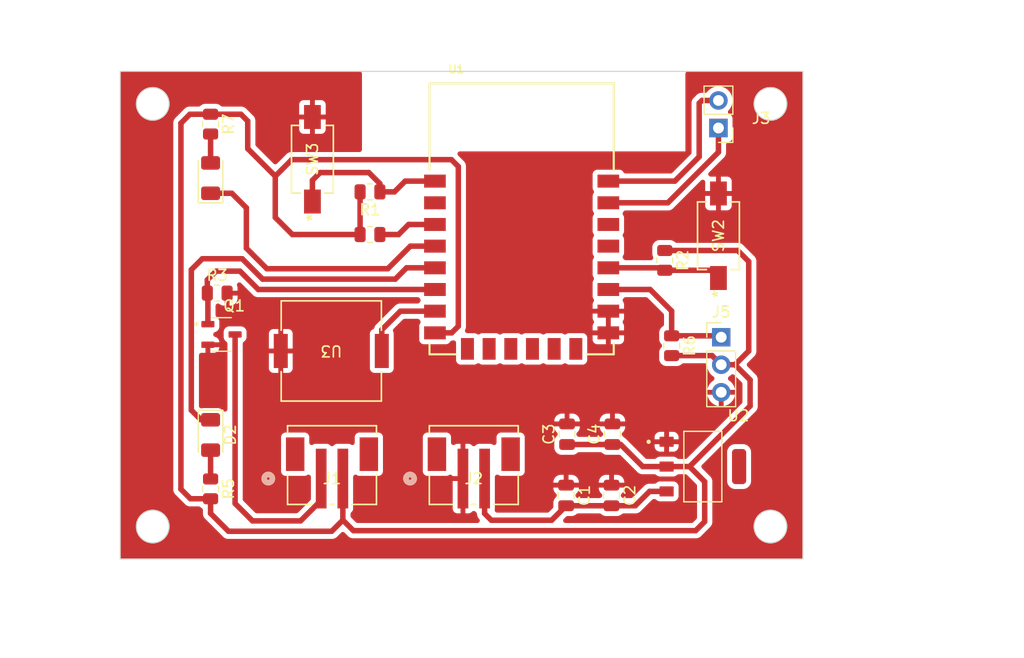
<source format=kicad_pcb>
(kicad_pcb (version 20221018) (generator pcbnew)
  (layers (0 "F.Cu" signal) (31 "B.Cu" signal) (34 "B.Paste" user) (35 "F.Paste" user) (36 "B.SilkS" user "B.Silkscreen") (37 "F.SilkS" user "F.Silkscreen") (38 "B.Mask" user) (39 "F.Mask" user) (44 "Edge.Cuts" user))
  (net 0 "")
  (net 1 "GND")
  (net 2 "Net-(U2-VIN)")
  (net 3 "VCC")
  (net 4 "/LED2")
  (net 5 "Net-(D1-A)")
  (net 6 "/LED1")
  (net 7 "Net-(J1-Pad1)")
  (net 8 "Net-(J3-Pin_1)")
  (net 9 "Net-(J3-Pin_2)")
  (net 10 "/servo")
  (net 11 "/DC")
  (net 12 "Net-(U1-RST)")
  (net 13 "/boot")
  (net 14 "Net-(U1-EN)")
  (net 16 "/buzzer")
  (net 25 "Net-(D2-A)")
  (footprint "Capacitor_SMD:C_0805_2012Metric" (layer "F.Cu") (at 82.337 64.131 -90)
    (fp_text reference "C2" (at 0 -1.68 90) (layer "F.SilkS"))
    (fp_text value "C")
    (fp_line (start -0.261252 -0.735) (end 0.261252 -0.735) (stroke (width 0.12)) (layer "F.SilkS"))
    (fp_line (start -0.261252 0.735) (end 0.261252 0.735) (stroke (width 0.12)) (layer "F.SilkS"))
    (pad "1" smd roundrect (at -0.95 0 270) (size 1 1.45) (layers "F.Cu" "F.Paste" "F.Mask") (net 1 "GND"))
    (pad "2" smd roundrect (at 0.95 0 270) (size 1 1.45) (layers "F.Cu" "F.Paste" "F.Mask") (net 2 "Net-(U2-VIN)"))
  )
  (footprint "esp_lib:CONN_B2B-PH-SM4-TBLFSN_JST" (layer "F.Cu") (at 56.544002 61.3302)
    (fp_text reference "J1" (at 0 1.244801 unlocked) (layer "F.SilkS"))
    (fp_text value "B2B-PH-SM4-TBLFSN" hide)
    (fp_circle (center -5.8801 1.244801) (end -5.4991 1.244801) (stroke (width 0.508)) (fill none) (layer "B.SilkS"))
    (fp_line (start -4.1021 -3.6322) (end -4.1021 -2.88734) (stroke (width 0.1524)) (layer "F.SilkS"))
    (fp_line (start -4.1021 0.87694) (end -4.1021 3.6322) (stroke (width 0.1524)) (layer "F.SilkS"))
    (fp_line (start -4.1021 3.6322) (end -1.828041 3.6322) (stroke (width 0.1524)) (layer "F.SilkS"))
    (fp_line (start -0.171961 3.6322) (end 0.171961 3.6322) (stroke (width 0.1524)) (layer "F.SilkS"))
    (fp_line (start 1.828041 3.6322) (end 4.1021 3.6322) (stroke (width 0.1524)) (layer "F.SilkS"))
    (fp_line (start 4.1021 -3.6322) (end -4.1021 -3.6322) (stroke (width 0.1524)) (layer "F.SilkS"))
    (fp_line (start 4.1021 -2.88734) (end 4.1021 -3.6322) (stroke (width 0.1524)) (layer "F.SilkS"))
    (fp_line (start 4.1021 3.6322) (end 4.1021 0.87694) (stroke (width 0.1524)) (layer "F.SilkS"))
    (fp_circle (center -5.8801 1.244801) (end -5.4991 1.244801) (stroke (width 0.508)) (fill none) (layer "F.SilkS"))
    (pad "1" smd rect (at -1.000001 1.244801) (size 0.9906 5.5118) (layers "F.Cu" "F.Paste" "F.Mask") (net 7 "Net-(J1-Pad1)"))
    (pad "2" smd rect (at 1.000001 1.244801) (size 0.9906 5.5118) (layers "F.Cu" "F.Paste" "F.Mask") (net 3 "VCC"))
    (pad "3" smd rect (at -3.399998 -1.0052 90) (size 3.0988 1.7018) (layers "F.Cu" "F.Paste" "F.Mask"))
    (pad "4" smd rect (at 3.399998 -1.0052 90) (size 3.0988 1.7018) (layers "F.Cu" "F.Paste" "F.Mask"))
  )
  (footprint "LED_SMD:LED_1206_3216Metric" (layer "F.Cu") (at 45.339 58.55 -90)
    (fp_text reference "D2" (at 0 -1.82 90) (layer "F.SilkS"))
    (fp_text value "LED" hide)
    (fp_line (start -2.285 -1.135) (end -2.285 1.135) (stroke (width 0.12)) (layer "F.SilkS"))
    (fp_line (start -2.285 1.135) (end 1.6 1.135) (stroke (width 0.12)) (layer "F.SilkS"))
    (fp_line (start 1.6 -1.135) (end -2.285 -1.135) (stroke (width 0.12)) (layer "F.SilkS"))
    (pad "1" smd roundrect (at -1.4 0 270) (size 1.25 1.75) (layers "F.Cu" "F.Paste" "F.Mask") (roundrect_rratio 0.2) (net 6 "/LED1"))
    (pad "2" smd roundrect (at 1.4 0 270) (size 1.25 1.75) (layers "F.Cu" "F.Paste" "F.Mask") (roundrect_rratio 0.2) (net 25 "Net-(D2-A)"))
  )
  (footprint "Connector_PinHeader_2.54mm:PinHeader_1x03_P2.54mm_Vertical" (layer "F.Cu") (at 92.456 49.53)
    (fp_text reference "J5" (at 0 -2.33) (layer "F.SilkS"))
    (fp_text value "Conn_01x03_Pin")
    (fp_line (start -1.33 -1.33) (end 0 -1.33) (stroke (width 0.12)) (layer "F.SilkS"))
    (fp_line (start -1.33 0) (end -1.33 -1.33) (stroke (width 0.12)) (layer "F.SilkS"))
    (fp_line (start -1.33 1.27) (end -1.33 6.41) (stroke (width 0.12)) (layer "F.SilkS"))
    (fp_line (start -1.33 1.27) (end 1.33 1.27) (stroke (width 0.12)) (layer "F.SilkS"))
    (fp_line (start -1.33 6.41) (end 1.33 6.41) (stroke (width 0.12)) (layer "F.SilkS"))
    (fp_line (start 1.33 1.27) (end 1.33 6.41) (stroke (width 0.12)) (layer "F.SilkS"))
    (pad "1" thru_hole rect (at 0 0) (size 1.7 1.7) (drill 1) (layers "*.Cu" "*.Mask") (net 10 "/servo"))
    (pad "2" thru_hole oval (at 0 2.54) (size 1.7 1.7) (drill 1) (layers "*.Cu" "*.Mask") (net 3 "VCC"))
    (pad "3" thru_hole oval (at 0 5.08) (size 1.7 1.7) (drill 1) (layers "*.Cu" "*.Mask") (net 1 "GND"))
  )
  (footprint "esp_lib:ESP-12F" (layer "F.Cu") (at 74.041 38.608)
    (fp_text reference "U1" (at -6.03654 -13.788698) (layer "F.SilkS") (effects (font (size 0.700469 0.700469))))
    (fp_text value "ESP-12F")
    (fp_line (start -8.5 -12.5) (end -8.5 -4.5) (stroke (width 0.2)) (layer "F.SilkS"))
    (fp_line (start -8.5 -12.5) (end 8.5 -12.5) (stroke (width 0.2)) (layer "F.SilkS"))
    (fp_line (start -8.5 11.5) (end -8.5 12.5) (stroke (width 0.2)) (layer "F.SilkS"))
    (fp_line (start -8.5 12.5) (end -6 12.5) (stroke (width 0.2)) (layer "F.SilkS"))
    (fp_line (start 8.5 -12.5) (end 8.5 -4.5) (stroke (width 0.2)) (layer "F.SilkS"))
    (fp_line (start 8.5 12.5) (end 6 12.5) (stroke (width 0.2)) (layer "F.SilkS"))
    (fp_line (start 8.5 12.5) (end 8.5 11.5) (stroke (width 0.2)) (layer "F.SilkS"))
    (pad "1" smd rect (at -8 -3.48) (size 2 1.2) (layers "F.Cu" "F.Paste" "F.Mask") (net 12 "Net-(U1-RST)"))
    (pad "2" smd rect (at -8 -1.48) (size 2 1.2) (layers "F.Cu" "F.Paste" "F.Mask"))
    (pad "3" smd rect (at -8 0.52) (size 2 1.2) (layers "F.Cu" "F.Paste" "F.Mask") (net 14 "Net-(U1-EN)"))
    (pad "4" smd rect (at -8 2.52) (size 2 1.2) (layers "F.Cu" "F.Paste" "F.Mask") (net 4 "/LED2"))
    (pad "5" smd rect (at -8 4.52) (size 2 1.2) (layers "F.Cu" "F.Paste" "F.Mask") (net 6 "/LED1"))
    (pad "6" smd rect (at -8 6.52) (size 2 1.2) (layers "F.Cu" "F.Paste" "F.Mask") (net 11 "/DC"))
    (pad "7" smd rect (at -8 8.52) (size 2 1.2) (layers "F.Cu" "F.Paste" "F.Mask") (net 16 "/buzzer"))
    (pad "8" smd rect (at -8 10.52) (size 2 1.2) (layers "F.Cu" "F.Paste" "F.Mask") (net 3 "VCC"))
    (pad "9" smd rect (at -5 12 90) (size 2 1.2) (layers "F.Cu" "F.Paste" "F.Mask"))
    (pad "10" smd rect (at -3 12 90) (size 2 1.2) (layers "F.Cu" "F.Paste" "F.Mask"))
    (pad "11" smd rect (at -1 12 90) (size 2 1.2) (layers "F.Cu" "F.Paste" "F.Mask"))
    (pad "12" smd rect (at 1 12 90) (size 2 1.2) (layers "F.Cu" "F.Paste" "F.Mask"))
    (pad "13" smd rect (at 3 12 90) (size 2 1.2) (layers "F.Cu" "F.Paste" "F.Mask"))
    (pad "14" smd rect (at 5 12 90) (size 2 1.2) (layers "F.Cu" "F.Paste" "F.Mask"))
    (pad "15" smd rect (at 8 10.52) (size 2 1.2) (layers "F.Cu" "F.Paste" "F.Mask") (net 1 "GND"))
    (pad "16" smd rect (at 8 8.52) (size 2 1.2) (layers "F.Cu" "F.Paste" "F.Mask") (net 1 "GND"))
    (pad "17" smd rect (at 8 6.52) (size 2 1.2) (layers "F.Cu" "F.Paste" "F.Mask") (net 10 "/servo"))
    (pad "18" smd rect (at 8 4.52) (size 2 1.2) (layers "F.Cu" "F.Paste" "F.Mask") (net 13 "/boot"))
    (pad "19" smd rect (at 8 2.52) (size 2 1.2) (layers "F.Cu" "F.Paste" "F.Mask"))
    (pad "20" smd rect (at 8 0.52) (size 2 1.2) (layers "F.Cu" "F.Paste" "F.Mask"))
    (pad "21" smd rect (at 8 -1.48) (size 2 1.2) (layers "F.Cu" "F.Paste" "F.Mask") (net 8 "Net-(J3-Pin_1)"))
    (pad "22" smd rect (at 8 -3.48) (size 2 1.2) (layers "F.Cu" "F.Paste" "F.Mask") (net 9 "Net-(J3-Pin_2)"))
  )
  (footprint "esp_lib:RS-282G05A3-SM RT_CNK" (layer "F.Cu") (at 54.737 33.110698 90)
    (fp_text reference "SW3" (at 0 0 90 unlocked) (layer "F.SilkS"))
    (fp_text value "RS-282G05A3-SM RT")
    (fp_text user "*" (at -5.3866 0 90 unlocked) (layer "F.SilkS"))
    (fp_text user "*" (at -5.3866 0 90) (layer "F.SilkS"))
    (fp_line (start -3.1242 -1.9304) (end -3.1242 -1.10744) (stroke (width 0.1524)) (layer "F.SilkS"))
    (fp_line (start -3.1242 1.10744) (end -3.1242 1.9304) (stroke (width 0.1524)) (layer "F.SilkS"))
    (fp_line (start -3.1242 1.9304) (end 3.1242 1.9304) (stroke (width 0.1524)) (layer "F.SilkS"))
    (fp_line (start 3.1242 -1.9304) (end -3.1242 -1.9304) (stroke (width 0.1524)) (layer "F.SilkS"))
    (fp_line (start 3.1242 -1.10744) (end 3.1242 -1.9304) (stroke (width 0.1524)) (layer "F.SilkS"))
    (fp_line (start 3.1242 1.9304) (end 3.1242 1.10744) (stroke (width 0.1524)) (layer "F.SilkS"))
    (pad "1" smd rect (at -3.900698 0 90) (size 2.2098 1.5494) (layers "F.Cu" "F.Paste" "F.Mask") (net 12 "Net-(U1-RST)"))
    (pad "2" smd rect (at 3.900698 0 90) (size 2.2098 1.5494) (layers "F.Cu" "F.Paste" "F.Mask") (net 1 "GND"))
  )
  (footprint "Resistor_SMD:R_0805_2012Metric" (layer "F.Cu") (at 87.249 42.4415 -90)
    (fp_text reference "R2" (at 0 -1.65 90) (layer "F.SilkS"))
    (fp_text value "R")
    (fp_line (start -0.227064 -0.735) (end 0.227064 -0.735) (stroke (width 0.12)) (layer "F.SilkS"))
    (fp_line (start -0.227064 0.735) (end 0.227064 0.735) (stroke (width 0.12)) (layer "F.SilkS"))
    (pad "1" smd roundrect (at -0.9125 0 270) (size 1.025 1.4) (layers "F.Cu" "F.Paste" "F.Mask") (roundrect_rratio 0.243902439) (net 3 "VCC"))
    (pad "2" smd roundrect (at 0.9125 0 270) (size 1.025 1.4) (layers "F.Cu" "F.Paste" "F.Mask") (roundrect_rratio 0.243902439) (net 13 "/boot"))
  )
  (footprint "Resistor_SMD:R_0805_2012Metric" (layer "F.Cu") (at 45.9505 45.466)
    (fp_text reference "R3" (at 0 -1.65) (layer "F.SilkS"))
    (fp_text value "R")
    (fp_line (start -0.227064 -0.735) (end 0.227064 -0.735) (stroke (width 0.12)) (layer "F.SilkS"))
    (fp_line (start -0.227064 0.735) (end 0.227064 0.735) (stroke (width 0.12)) (layer "F.SilkS"))
    (pad "1" smd roundrect (at -0.9125 0) (size 1.025 1.4) (layers "F.Cu" "F.Paste" "F.Mask") (roundrect_rratio 0.243902439) (net 11 "/DC"))
    (pad "2" smd roundrect (at 0.9125 0) (size 1.025 1.4) (layers "F.Cu" "F.Paste" "F.Mask") (roundrect_rratio 0.243902439) (net 1 "GND"))
  )
  (footprint "Resistor_SMD:R_0805_2012Metric" (layer "F.Cu") (at 60.0475 36.119 180)
    (fp_text reference "R1" (at 0 -1.65) (layer "F.SilkS"))
    (fp_text value "R")
    (fp_line (start -0.227064 -0.735) (end 0.227064 -0.735) (stroke (width 0.12)) (layer "F.SilkS"))
    (fp_line (start -0.227064 0.735) (end 0.227064 0.735) (stroke (width 0.12)) (layer "F.SilkS"))
    (pad "1" smd roundrect (at -0.9125 0 180) (size 1.025 1.4) (layers "F.Cu" "F.Paste" "F.Mask") (roundrect_rratio 0.243902439) (net 12 "Net-(U1-RST)"))
    (pad "2" smd roundrect (at 0.9125 0 180) (size 1.025 1.4) (layers "F.Cu" "F.Paste" "F.Mask") (roundrect_rratio 0.243902439) (net 3 "VCC"))
  )
  (footprint "esp_lib:SM_CPT_9X9_CUD" (layer "F.Cu") (at 56.4769 50.8 180)
    (fp_text reference "U3" (at 0 0 180 unlocked) (layer "F.SilkS"))
    (fp_text value "CPT-9019S-SMT-TR")
    (fp_line (start -4.6228 -4.6228) (end -4.6228 -1.90754) (stroke (width 0.1524)) (layer "F.SilkS"))
    (fp_line (start -4.6228 1.90754) (end -4.6228 4.6228) (stroke (width 0.1524)) (layer "F.SilkS"))
    (fp_line (start -4.6228 4.6228) (end 4.6228 4.6228) (stroke (width 0.1524)) (layer "F.SilkS"))
    (fp_line (start 4.6228 -4.6228) (end -4.6228 -4.6228) (stroke (width 0.1524)) (layer "F.SilkS"))
    (fp_line (start 4.6228 -1.90754) (end 4.6228 -4.6228) (stroke (width 0.1524)) (layer "F.SilkS"))
    (fp_line (start 4.6228 4.6228) (end 4.6228 1.90754) (stroke (width 0.1524)) (layer "F.SilkS"))
    (pad "1" smd rect (at -4.6609 0 180) (size 1.2954 3.1496) (layers "F.Cu" "F.Paste" "F.Mask") (net 16 "/buzzer"))
    (pad "2" smd rect (at 4.6609 0 180) (size 1.2954 3.1496) (layers "F.Cu" "F.Paste" "F.Mask") (net 1 "GND"))
  )
  (footprint "esp_lib:SOT95P280X125-3N" (layer "F.Cu") (at 46.3465 49.276)
    (fp_text reference "Q1" (at 1.175 -2.635) (layer "F.SilkS"))
    (fp_text value "AO3400A")
    (fp_line (start -0.9 1.55) (end 0.9 1.55) (stroke (width 0.127)) (layer "F.SilkS"))
    (fp_line (start 0.9 -1.55) (end -0.9 -1.55) (stroke (width 0.127)) (layer "F.SilkS"))
    (fp_circle (center -2.31 -0.95) (end -2.21 -0.95) (stroke (width 0.2)) (fill none) (layer "F.SilkS"))
    (pad "1" smd roundrect (at -1.255 -0.95) (size 1.21 0.59) (layers "F.Cu" "F.Paste" "F.Mask") (roundrect_rratio 0.15) (net 11 "/DC"))
    (pad "2" smd roundrect (at -1.255 0.95) (size 1.21 0.59) (layers "F.Cu" "F.Paste" "F.Mask") (roundrect_rratio 0.15) (net 1 "GND"))
    (pad "3" smd roundrect (at 1.255 0) (size 1.21 0.59) (layers "F.Cu" "F.Paste" "F.Mask") (roundrect_rratio 0.15) (net 7 "Net-(J1-Pad1)"))
  )
  (footprint "Capacitor_SMD:C_0805_2012Metric" (layer "F.Cu") (at 78.232 58.481 90)
    (fp_text reference "C3" (at 0 -1.68 90) (layer "F.SilkS"))
    (fp_text value "C")
    (fp_line (start -0.261252 -0.735) (end 0.261252 -0.735) (stroke (width 0.12)) (layer "F.SilkS"))
    (fp_line (start -0.261252 0.735) (end 0.261252 0.735) (stroke (width 0.12)) (layer "F.SilkS"))
    (pad "1" smd roundrect (at -0.95 0 90) (size 1 1.45) (layers "F.Cu" "F.Paste" "F.Mask") (net 3 "VCC"))
    (pad "2" smd roundrect (at 0.95 0 90) (size 1 1.45) (layers "F.Cu" "F.Paste" "F.Mask") (net 1 "GND"))
  )
  (footprint "esp_lib:SOT229P700X180-4N" (layer "F.Cu") (at 90.762 61.468)
    (fp_text reference "U2" (at 3.2755 -4.695) (layer "F.SilkS"))
    (fp_text value "AMS1117-3.3" hide)
    (fp_line (start -1.7525 -3.2525) (end 1.7525 -3.2525) (stroke (width 0.127)) (layer "F.SilkS"))
    (fp_line (start -1.7525 3.2525) (end -1.7525 -3.2525) (stroke (width 0.127)) (layer "F.SilkS"))
    (fp_line (start 1.7525 -3.2525) (end 1.7525 3.2525) (stroke (width 0.127)) (layer "F.SilkS"))
    (fp_line (start 1.7525 3.2525) (end -1.7525 3.2525) (stroke (width 0.127)) (layer "F.SilkS"))
    (fp_circle (center -5 -2.29) (end -4.9 -2.29) (stroke (width 0.2)) (fill none) (layer "F.SilkS"))
    (pad "1" smd roundrect (at -3.345 -2.29) (size 1.31 0.93) (layers "F.Cu" "F.Paste" "F.Mask") (roundrect_rratio 0.07) (net 1 "GND"))
    (pad "2" smd roundrect (at -3.345 0) (size 1.31 0.93) (layers "F.Cu" "F.Paste" "F.Mask") (roundrect_rratio 0.07) (net 3 "VCC"))
    (pad "3" smd roundrect (at -3.345 2.29) (size 1.31 0.93) (layers "F.Cu" "F.Paste" "F.Mask") (roundrect_rratio 0.07) (net 2 "Net-(U2-VIN)"))
    (pad "4" smd roundrect (at 3.345 0) (size 1.31 3.24) (layers "F.Cu" "F.Paste" "F.Mask") (roundrect_rratio 0.24))
  )
  (footprint "LED_SMD:LED_1206_3216Metric" (layer "F.Cu") (at 45.339 34.848 90)
    (fp_text reference "D1" hide)
    (fp_text value "LED" hide)
    (fp_line (start -2.285 -1.135) (end -2.285 1.135) (stroke (width 0.12)) (layer "F.SilkS"))
    (fp_line (start -2.285 1.135) (end 1.6 1.135) (stroke (width 0.12)) (layer "F.SilkS"))
    (fp_line (start 1.6 -1.135) (end -2.285 -1.135) (stroke (width 0.12)) (layer "F.SilkS"))
    (pad "1" smd roundrect (at -1.4 0 90) (size 1.25 1.75) (layers "F.Cu" "F.Paste" "F.Mask") (roundrect_rratio 0.2) (net 4 "/LED2"))
    (pad "2" smd roundrect (at 1.4 0 90) (size 1.25 1.75) (layers "F.Cu" "F.Paste" "F.Mask") (roundrect_rratio 0.2) (net 5 "Net-(D1-A)"))
  )
  (footprint "Resistor_SMD:R_0805_2012Metric" (layer "F.Cu") (at 87.884 50.3155 -90)
    (fp_text reference "R6" (at 0 -1.65 90) (layer "F.SilkS"))
    (fp_text value "R")
    (fp_line (start -0.227064 -0.735) (end 0.227064 -0.735) (stroke (width 0.12)) (layer "F.SilkS"))
    (fp_line (start -0.227064 0.735) (end 0.227064 0.735) (stroke (width 0.12)) (layer "F.SilkS"))
    (pad "1" smd roundrect (at -0.9125 0 270) (size 1.025 1.4) (layers "F.Cu" "F.Paste" "F.Mask") (roundrect_rratio 0.243902) (net 10 "/servo"))
    (pad "2" smd roundrect (at 0.9125 0 270) (size 1.025 1.4) (layers "F.Cu" "F.Paste" "F.Mask") (roundrect_rratio 0.243902) (net 3 "VCC"))
  )
  (footprint "Capacitor_SMD:C_0805_2012Metric" (layer "F.Cu") (at 82.423 58.481 90)
    (fp_text reference "C4" (at 0 -1.68 90) (layer "F.SilkS"))
    (fp_text value "C")
    (fp_line (start -0.261252 -0.735) (end 0.261252 -0.735) (stroke (width 0.12)) (layer "F.SilkS"))
    (fp_line (start -0.261252 0.735) (end 0.261252 0.735) (stroke (width 0.12)) (layer "F.SilkS"))
    (pad "1" smd roundrect (at -0.95 0 90) (size 1 1.45) (layers "F.Cu" "F.Paste" "F.Mask") (net 3 "VCC"))
    (pad "2" smd roundrect (at 0.95 0 90) (size 1 1.45) (layers "F.Cu" "F.Paste" "F.Mask") (net 1 "GND"))
  )
  (footprint "esp_lib:CONN_B2B-PH-SM4-TBLFSN_JST" (layer "F.Cu") (at 69.625002 61.3302)
    (fp_text reference "J2" (at 0 1.244801 unlocked) (layer "F.SilkS"))
    (fp_text value "B2B-PH-SM4-TBLFSN")
    (fp_circle (center -5.8801 1.244801) (end -5.4991 1.244801) (stroke (width 0.508)) (fill none) (layer "B.SilkS"))
    (fp_line (start -4.1021 -3.6322) (end -4.1021 -2.88734) (stroke (width 0.1524)) (layer "F.SilkS"))
    (fp_line (start -4.1021 0.87694) (end -4.1021 3.6322) (stroke (width 0.1524)) (layer "F.SilkS"))
    (fp_line (start -4.1021 3.6322) (end -1.828041 3.6322) (stroke (width 0.1524)) (layer "F.SilkS"))
    (fp_line (start -0.171961 3.6322) (end 0.171961 3.6322) (stroke (width 0.1524)) (layer "F.SilkS"))
    (fp_line (start 1.828041 3.6322) (end 4.1021 3.6322) (stroke (width 0.1524)) (layer "F.SilkS"))
    (fp_line (start 4.1021 -3.6322) (end -4.1021 -3.6322) (stroke (width 0.1524)) (layer "F.SilkS"))
    (fp_line (start 4.1021 -2.88734) (end 4.1021 -3.6322) (stroke (width 0.1524)) (layer "F.SilkS"))
    (fp_line (start 4.1021 3.6322) (end 4.1021 0.87694) (stroke (width 0.1524)) (layer "F.SilkS"))
    (fp_circle (center -5.8801 1.244801) (end -5.4991 1.244801) (stroke (width 0.508)) (fill none) (layer "F.SilkS"))
    (pad "1" smd rect (at -1.000001 1.244801) (size 0.9906 5.5118) (layers "F.Cu" "F.Paste" "F.Mask") (net 1 "GND"))
    (pad "2" smd rect (at 1.000001 1.244801) (size 0.9906 5.5118) (layers "F.Cu" "F.Paste" "F.Mask") (net 2 "Net-(U2-VIN)"))
    (pad "3" smd rect (at -3.399998 -1.0052 90) (size 3.0988 1.7018) (layers "F.Cu" "F.Paste" "F.Mask"))
    (pad "4" smd rect (at 3.399998 -1.0052 90) (size 3.0988 1.7018) (layers "F.Cu" "F.Paste" "F.Mask"))
  )
  (footprint "Resistor_SMD:R_0805_2012Metric" (layer "F.Cu") (at 45.339 29.8685 -90)
    (fp_text reference "R7" (at 0 -1.65 90) (layer "F.SilkS"))
    (fp_text value "R" hide)
    (fp_line (start -0.227064 -0.735) (end 0.227064 -0.735) (stroke (width 0.12)) (layer "F.SilkS"))
    (fp_line (start -0.227064 0.735) (end 0.227064 0.735) (stroke (width 0.12)) (layer "F.SilkS"))
    (pad "1" smd roundrect (at -0.9125 0 270) (size 1.025 1.4) (layers "F.Cu" "F.Paste" "F.Mask") (roundrect_rratio 0.243902) (net 3 "VCC"))
    (pad "2" smd roundrect (at 0.9125 0 270) (size 1.025 1.4) (layers "F.Cu" "F.Paste" "F.Mask") (roundrect_rratio 0.243902) (net 5 "Net-(D1-A)"))
  )
  (footprint "Capacitor_SMD:C_0805_2012Metric" (layer "F.Cu") (at 78.146 64.131 -90)
    (fp_text reference "C1" (at 0 -1.68 90) (layer "F.SilkS"))
    (fp_text value "C")
    (fp_line (start -0.261252 -0.735) (end 0.261252 -0.735) (stroke (width 0.12)) (layer "F.SilkS"))
    (fp_line (start -0.261252 0.735) (end 0.261252 0.735) (stroke (width 0.12)) (layer "F.SilkS"))
    (pad "1" smd roundrect (at -0.95 0 270) (size 1 1.45) (layers "F.Cu" "F.Paste" "F.Mask") (net 1 "GND"))
    (pad "2" smd roundrect (at 0.95 0 270) (size 1 1.45) (layers "F.Cu" "F.Paste" "F.Mask") (net 2 "Net-(U2-VIN)"))
  )
  (footprint "Resistor_SMD:R_0805_2012Metric" (layer "F.Cu") (at 60.0475 40.056 180)
    (fp_text reference "R4" hide)
    (fp_text value "R")
    (fp_line (start -0.227064 -0.735) (end 0.227064 -0.735) (stroke (width 0.12)) (layer "F.SilkS"))
    (fp_line (start -0.227064 0.735) (end 0.227064 0.735) (stroke (width 0.12)) (layer "F.SilkS"))
    (pad "1" smd roundrect (at -0.9125 0 180) (size 1.025 1.4) (layers "F.Cu" "F.Paste" "F.Mask") (roundrect_rratio 0.243902439) (net 14 "Net-(U1-EN)"))
    (pad "2" smd roundrect (at 0.9125 0 180) (size 1.025 1.4) (layers "F.Cu" "F.Paste" "F.Mask") (roundrect_rratio 0.243902439) (net 3 "VCC"))
  )
  (footprint "esp_lib:RS-282G05A3-SM RT_CNK" (layer "F.Cu") (at 92.202 40.168302 90)
    (fp_text reference "SW2" (at 0 0 90 unlocked) (layer "F.SilkS"))
    (fp_text value "RS-282G05A3-SM RT")
    (fp_text user "*" (at -5.3866 0 90) (layer "F.SilkS"))
    (fp_text user "*" (at -5.3866 0 90 unlocked) (layer "F.SilkS"))
    (fp_line (start -3.1242 -1.9304) (end -3.1242 -1.10744) (stroke (width 0.1524)) (layer "F.SilkS"))
    (fp_line (start -3.1242 1.10744) (end -3.1242 1.9304) (stroke (width 0.1524)) (layer "F.SilkS"))
    (fp_line (start -3.1242 1.9304) (end 3.1242 1.9304) (stroke (width 0.1524)) (layer "F.SilkS"))
    (fp_line (start 3.1242 -1.9304) (end -3.1242 -1.9304) (stroke (width 0.1524)) (layer "F.SilkS"))
    (fp_line (start 3.1242 -1.10744) (end 3.1242 -1.9304) (stroke (width 0.1524)) (layer "F.SilkS"))
    (fp_line (start 3.1242 1.9304) (end 3.1242 1.10744) (stroke (width 0.1524)) (layer "F.SilkS"))
    (pad "1" smd rect (at -3.900698 0 90) (size 2.2098 1.5494) (layers "F.Cu" "F.Paste" "F.Mask") (net 13 "/boot"))
    (pad "2" smd rect (at 3.900698 0 90) (size 2.2098 1.5494) (layers "F.Cu" "F.Paste" "F.Mask") (net 1 "GND"))
  )
  (footprint "Connector_PinHeader_2.54mm:PinHeader_1x02_P2.54mm_Vertical" (layer "F.Cu") (at 92.202 30.226 180)
    (fp_text reference "J3" (at -3.937 0.889 180) (layer "F.SilkS"))
    (fp_text value "Conn_01x02_Pin")
    (fp_line (start -1.33 -1.33) (end 0 -1.33) (stroke (width 0.12)) (layer "F.SilkS"))
    (fp_line (start -1.33 0) (end -1.33 -1.33) (stroke (width 0.12)) (layer "F.SilkS"))
    (fp_line (start -1.33 1.27) (end -1.33 3.87) (stroke (width 0.12)) (layer "F.SilkS"))
    (fp_line (start -1.33 1.27) (end 1.33 1.27) (stroke (width 0.12)) (layer "F.SilkS"))
    (fp_line (start -1.33 3.87) (end 1.33 3.87) (stroke (width 0.12)) (layer "F.SilkS"))
    (fp_line (start 1.33 1.27) (end 1.33 3.87) (stroke (width 0.12)) (layer "F.SilkS"))
    (pad "1" thru_hole rect (at 0 0 180) (size 1.7 1.7) (drill 1) (layers "*.Cu" "*.Mask") (net 8 "Net-(J3-Pin_1)"))
    (pad "2" thru_hole oval (at 0 2.54 180) (size 1.7 1.7) (drill 1) (layers "*.Cu" "*.Mask") (net 9 "Net-(J3-Pin_2)"))
  )
  (footprint "Resistor_SMD:R_0805_2012Metric" (layer "F.Cu") (at 45.339 63.5235 -90)
    (fp_text reference "R5" (at 0 -1.65 90) (layer "F.SilkS"))
    (fp_text value "R" hide)
    (fp_line (start -0.227064 -0.735) (end 0.227064 -0.735) (stroke (width 0.12)) (layer "F.SilkS"))
    (fp_line (start -0.227064 0.735) (end 0.227064 0.735) (stroke (width 0.12)) (layer "F.SilkS"))
    (pad "1" smd roundrect (at -0.9125 0 270) (size 1.025 1.4) (layers "F.Cu" "F.Paste" "F.Mask") (roundrect_rratio 0.243902439) (net 25 "Net-(D2-A)"))
    (pad "2" smd roundrect (at 0.9125 0 270) (size 1.025 1.4) (layers "F.Cu" "F.Paste" "F.Mask") (roundrect_rratio 0.243902439) (net 3 "VCC"))
  )
  (gr_circle (center 40 28) (end 41.51 28) (stroke (width 0.1)) (fill none) (layer "Edge.Cuts"))
  (gr_circle (center 97 67) (end 98.51 67) (stroke (width 0.1)) (fill none) (layer "Edge.Cuts"))
  (gr_circle (center 97 28) (end 98.51 28) (stroke (width 0.1)) (fill none) (layer "Edge.Cuts"))
  (gr_circle (center 40 67) (end 41.51 67) (stroke (width 0.1)) (fill none) (layer "Edge.Cuts"))
  (gr_rect (start 37 25) (end 100 70) (stroke (width 0.1)) (fill none) (layer "Edge.Cuts"))
  (segment (start 76.806 66.421) (end 78.146 65.081) (width 0.508) (layer "F.Cu") (net 2))
  (segment (start 85.848 63.758) (end 84.525 65.081) (width 0.508) (layer "F.Cu") (net 2))
  (segment (start 71.247 66.421) (end 76.806 66.421) (width 0.508) (layer "F.Cu") (net 2))
  (segment (start 70.625003 65.799003) (end 71.247 66.421) (width 0.508) (layer "F.Cu") (net 2))
  (segment (start 70.625003 62.575001) (end 70.625003 65.799003) (width 0.508) (layer "F.Cu") (net 2))
  (segment (start 84.525 65.081) (end 82.337 65.081) (width 0.508) (layer "F.Cu") (net 2))
  (segment (start 87.417 63.758) (end 85.848 63.758) (width 0.508) (layer "F.Cu") (net 2))
  (segment (start 78.146 65.081) (end 82.337 65.081) (width 0.508) (layer "F.Cu") (net 2))
  (segment (start 48.133 28.956) (end 48.768 29.591) (width 0.508) (layer "F.Cu") (net 3))
  (segment (start 90.932 66.548) (end 90.932 62.865) (width 0.508) (layer "F.Cu") (net 3))
  (segment (start 95.123 53.467) (end 95.123 55.88) (width 0.508) (layer "F.Cu") (net 3))
  (segment (start 43.481 64.436) (end 45.339 64.436) (width 0.508) (layer "F.Cu") (net 3))
  (segment (start 52.883 40.056) (end 51.308 38.481) (width 0.508) (layer "F.Cu") (net 3))
  (segment (start 45.339 28.956) (end 48.133 28.956) (width 0.508) (layer "F.Cu") (net 3))
  (segment (start 68.199 48.514) (end 67.585 49.128) (width 0.508) (layer "F.Cu") (net 3))
  (segment (start 89.535 61.468) (end 87.417 61.468) (width 0.508) (layer "F.Cu") (net 3))
  (segment (start 93.726 52.07) (end 92.456 52.07) (width 0.508) (layer "F.Cu") (net 3))
  (segment (start 93.726 52.07) (end 95.123 53.467) (width 0.508) (layer "F.Cu") (net 3))
  (segment (start 57.544003 66.407997) (end 58.515006 67.379) (width 0.508) (layer "F.Cu") (net 3))
  (segment (start 95.123 55.88) (end 89.535 61.468) (width 0.508) (layer "F.Cu") (net 3))
  (segment (start 48.768 29.591) (end 48.768 32.131) (width 0.508) (layer "F.Cu") (net 3))
  (segment (start 82.423 59.431) (end 83.18 59.431) (width 0.508) (layer "F.Cu") (net 3))
  (segment (start 67.585 49.128) (end 66.041 49.128) (width 0.508) (layer "F.Cu") (net 3))
  (segment (start 45.339 28.956) (end 43.434 28.956) (width 0.508) (layer "F.Cu") (net 3))
  (segment (start 42.603 63.558) (end 43.481 64.436) (width 0.508) (layer "F.Cu") (net 3))
  (segment (start 45.339 65.786) (end 46.99 67.437) (width 0.508) (layer "F.Cu") (net 3))
  (segment (start 67.564 33.147) (end 68.199 33.782) (width 0.508) (layer "F.Cu") (net 3))
  (segment (start 93.98 41.529) (end 94.996 42.545) (width 0.508) (layer "F.Cu") (net 3))
  (segment (start 93.98 41.529) (end 87.249 41.529) (width 0.508) (layer "F.Cu") (net 3))
  (segment (start 57.544003 66.407997) (end 57.544003 62.575001) (width 0.508) (layer "F.Cu") (net 3))
  (segment (start 56.515 67.437) (end 57.544003 66.407997) (width 0.508) (layer "F.Cu") (net 3))
  (segment (start 52.832 33.147) (end 67.564 33.147) (width 0.508) (layer "F.Cu") (net 3))
  (segment (start 87.884 51.228) (end 91.614 51.228) (width 0.508) (layer "F.Cu") (net 3))
  (segment (start 59.135 40.056) (end 52.883 40.056) (width 0.508) (layer "F.Cu") (net 3))
  (segment (start 90.932 62.865) (end 89.535 61.468) (width 0.508) (layer "F.Cu") (net 3))
  (segment (start 51.308 38.481) (end 51.308 34.671) (width 0.508) (layer "F.Cu") (net 3))
  (segment (start 90.101 67.379) (end 90.932 66.548) (width 0.508) (layer "F.Cu") (net 3))
  (segment (start 91.614 51.228) (end 92.456 52.07) (width 0.508) (layer "F.Cu") (net 3))
  (segment (start 83.18 59.431) (end 85.217 61.468) (width 0.508) (layer "F.Cu") (net 3))
  (segment (start 85.217 61.468) (end 87.417 61.468) (width 0.508) (layer "F.Cu") (net 3))
  (segment (start 94.996 50.8) (end 93.726 52.07) (width 0.508) (layer "F.Cu") (net 3))
  (segment (start 78.232 59.431) (end 82.423 59.431) (width 0.508) (layer "F.Cu") (net 3))
  (segment (start 48.768 32.131) (end 51.308 34.671) (width 0.508) (layer "F.Cu") (net 3))
  (segment (start 43.434 28.956) (end 42.603 29.787) (width 0.508) (layer "F.Cu") (net 3))
  (segment (start 45.339 64.436) (end 45.339 65.786) (width 0.508) (layer "F.Cu") (net 3))
  (segment (start 46.99 67.437) (end 56.515 67.437) (width 0.508) (layer "F.Cu") (net 3))
  (segment (start 68.199 33.782) (end 68.199 48.514) (width 0.508) (layer "F.Cu") (net 3))
  (segment (start 58.515006 67.379) (end 90.101 67.379) (width 0.508) (layer "F.Cu") (net 3))
  (segment (start 42.603 29.787) (end 42.603 63.558) (width 0.508) (layer "F.Cu") (net 3))
  (segment (start 94.996 42.545) (end 94.996 50.8) (width 0.508) (layer "F.Cu") (net 3))
  (segment (start 59.135 36.119) (end 59.135 40.056) (width 0.508) (layer "F.Cu") (net 3))
  (segment (start 51.308 34.671) (end 52.832 33.147) (width 0.508) (layer "F.Cu") (net 3))
  (segment (start 48.641 37.592) (end 47.297 36.248) (width 0.508) (layer "F.Cu") (net 4))
  (segment (start 50.535816 43.212) (end 48.641 41.317184) (width 0.508) (layer "F.Cu") (net 4))
  (segment (start 63.774 41.128) (end 61.69 43.212) (width 0.508) (layer "F.Cu") (net 4))
  (segment (start 47.297 36.248) (end 45.339 36.248) (width 0.508) (layer "F.Cu") (net 4))
  (segment (start 61.69 43.212) (end 50.535816 43.212) (width 0.508) (layer "F.Cu") (net 4))
  (segment (start 66.041 41.128) (end 63.774 41.128) (width 0.508) (layer "F.Cu") (net 4))
  (segment (start 48.641 41.317184) (end 48.641 37.592) (width 0.508) (layer "F.Cu") (net 4))
  (segment (start 45.339 30.781) (end 45.339 33.448) (width 0.508) (layer "F.Cu") (net 5))
  (segment (start 43.561 56.261) (end 44.45 57.15) (width 0.508) (layer "F.Cu") (net 6))
  (segment (start 48.26 42.291) (end 44.577 42.291) (width 0.508) (layer "F.Cu") (net 6))
  (segment (start 50.139 44.17) (end 48.26 42.291) (width 0.508) (layer "F.Cu") (net 6))
  (segment (start 66.041 43.128) (end 63.425 43.128) (width 0.508) (layer "F.Cu") (net 6))
  (segment (start 44.45 57.15) (end 45.339 57.15) (width 0.508) (layer "F.Cu") (net 6))
  (segment (start 63.425 43.128) (end 62.383 44.17) (width 0.508) (layer "F.Cu") (net 6))
  (segment (start 62.383 44.17) (end 50.139 44.17) (width 0.508) (layer "F.Cu") (net 6))
  (segment (start 44.577 42.291) (end 43.561 43.307) (width 0.508) (layer "F.Cu") (net 6))
  (segment (start 43.561 43.307) (end 43.561 56.261) (width 0.508) (layer "F.Cu") (net 6))
  (segment (start 47.6015 49.276) (end 47.6015 64.8735) (width 0.508) (layer "F.Cu") (net 7))
  (segment (start 55.544001 64.578999) (end 55.544001 62.575001) (width 0.508) (layer "F.Cu") (net 7))
  (segment (start 47.6015 64.8735) (end 49.207 66.479) (width 0.508) (layer "F.Cu") (net 7))
  (segment (start 53.644 66.479) (end 55.544001 64.578999) (width 0.508) (layer "F.Cu") (net 7))
  (segment (start 49.207 66.479) (end 53.644 66.479) (width 0.508) (layer "F.Cu") (net 7))
  (segment (start 82.041 37.128) (end 87.52971 37.128) (width 0.508) (layer "F.Cu") (net 8))
  (segment (start 92.202 32.45571) (end 92.202 30.226) (width 0.508) (layer "F.Cu") (net 8))
  (segment (start 87.52971 37.128) (end 92.202 32.45571) (width 0.508) (layer "F.Cu") (net 8))
  (segment (start 92.202 27.686) (end 90.678 27.686) (width 0.508) (layer "F.Cu") (net 9))
  (segment (start 90.678 27.686) (end 90.424 27.94) (width 0.508) (layer "F.Cu") (net 9))
  (segment (start 88.174894 35.128) (end 82.041 35.128) (width 0.508) (layer "F.Cu") (net 9))
  (segment (start 90.424 32.878894) (end 88.174894 35.128) (width 0.508) (layer "F.Cu") (net 9))
  (segment (start 90.424 27.94) (end 90.424 32.878894) (width 0.508) (layer "F.Cu") (net 9))
  (segment (start 82.041 45.128) (end 85.895 45.128) (width 0.508) (layer "F.Cu") (net 10))
  (segment (start 85.895 45.128) (end 87.884 47.117) (width 0.508) (layer "F.Cu") (net 10))
  (segment (start 87.884 47.117) (end 87.884 49.403) (width 0.508) (layer "F.Cu") (net 10))
  (segment (start 87.884 49.403) (end 92.329 49.403) (width 0.508) (layer "F.Cu") (net 10))
  (segment (start 92.329 49.403) (end 92.456 49.53) (width 0.508) (layer "F.Cu") (net 10))
  (segment (start 45.847 43.434) (end 45.038 44.243) (width 0.508) (layer "F.Cu") (net 11))
  (segment (start 48.048184 43.434) (end 45.847 43.434) (width 0.508) (layer "F.Cu") (net 11))
  (segment (start 45.0915 45.5195) (end 45.038 45.466) (width 0.508) (layer "F.Cu") (net 11))
  (segment (start 66.041 45.128) (end 49.742184 45.128) (width 0.508) (layer "F.Cu") (net 11))
  (segment (start 45.0915 48.326) (end 45.0915 45.5195) (width 0.508) (layer "F.Cu") (net 11))
  (segment (start 49.742184 45.128) (end 48.048184 43.434) (width 0.508) (layer "F.Cu") (net 11))
  (segment (start 45.038 44.243) (end 45.038 45.466) (width 0.508) (layer "F.Cu") (net 11))
  (segment (start 59.944 34.341) (end 55.448 34.341) (width 0.508) (layer "F.Cu") (net 12))
  (segment (start 61.011 36.068) (end 60.96 36.119) (width 0.508) (layer "F.Cu") (net 12))
  (segment (start 54.737 35.052) (end 54.737 37.011396) (width 0.508) (layer "F.Cu") (net 12))
  (segment (start 60.96 36.119) (end 62.306 36.119) (width 0.508) (layer "F.Cu") (net 12))
  (segment (start 55.448 34.341) (end 54.737 35.052) (width 0.508) (layer "F.Cu") (net 12))
  (segment (start 60.96 36.119) (end 60.96 35.357) (width 0.508) (layer "F.Cu") (net 12))
  (segment (start 62.306 36.119) (end 63.297 35.128) (width 0.508) (layer "F.Cu") (net 12))
  (segment (start 60.96 35.357) (end 59.944 34.341) (width 0.508) (layer "F.Cu") (net 12))
  (segment (start 63.297 35.128) (end 66.041 35.128) (width 0.508) (layer "F.Cu") (net 12))
  (segment (start 87.249 43.354) (end 91.487 43.354) (width 0.508) (layer "F.Cu") (net 13))
  (segment (start 87.023 43.128) (end 87.249 43.354) (width 0.508) (layer "F.Cu") (net 13))
  (segment (start 82.041 43.128) (end 87.023 43.128) (width 0.508) (layer "F.Cu") (net 13))
  (segment (start 91.487 43.354) (end 92.202 44.069) (width 0.508) (layer "F.Cu") (net 13))
  (segment (start 60.96 40.056) (end 62.687 40.056) (width 0.508) (layer "F.Cu") (net 14))
  (segment (start 66.029 39.116) (end 66.041 39.128) (width 0.508) (layer "F.Cu") (net 14))
  (segment (start 62.687 40.056) (end 63.615 39.128) (width 0.508) (layer "F.Cu") (net 14))
  (segment (start 63.615 39.128) (end 66.041 39.128) (width 0.508) (layer "F.Cu") (net 14))
  (segment (start 61.1378 48.8442) (end 61.1378 50.8) (width 0.508) (layer "F.Cu") (net 16))
  (segment (start 62.854 47.128) (end 61.1378 48.8442) (width 0.508) (layer "F.Cu") (net 16))
  (segment (start 66.041 47.128) (end 62.854 47.128) (width 0.508) (layer "F.Cu") (net 16))
  (segment (start 45.339 59.95) (end 45.339 62.611) (width 0.508) (layer "F.Cu") (net 25))
  (zone (net 1) (net_name "GND") (layer "F.Cu") (connect_pads (clearance 0.45)) (min_thickness 0.45) (fill yes (thermal_gap 0.45) (thermal_bridge_width 0.45))
    (polygon (pts (xy 26.035 18.415) (xy 120.396 18.415) (xy 120.396 79.121) (xy 25.908 79.121)))
  )
  (zone (net 0) (net_name "") (layer "F.Cu") (connect_pads (clearance 0)) (min_thickness 0.25)
    (keepout (tracks not_allowed) (vias not_allowed) (pads not_allowed) (copperpour not_allowed) (footprints not_allowed))
    (fill (thermal_gap 0.5) (thermal_bridge_width 0.5))
    (polygon (pts (xy 59.309 24.384) (xy 89.14982 24.384) (xy 89.154 32.385) (xy 59.309 32.385)))
  )
)
</source>
